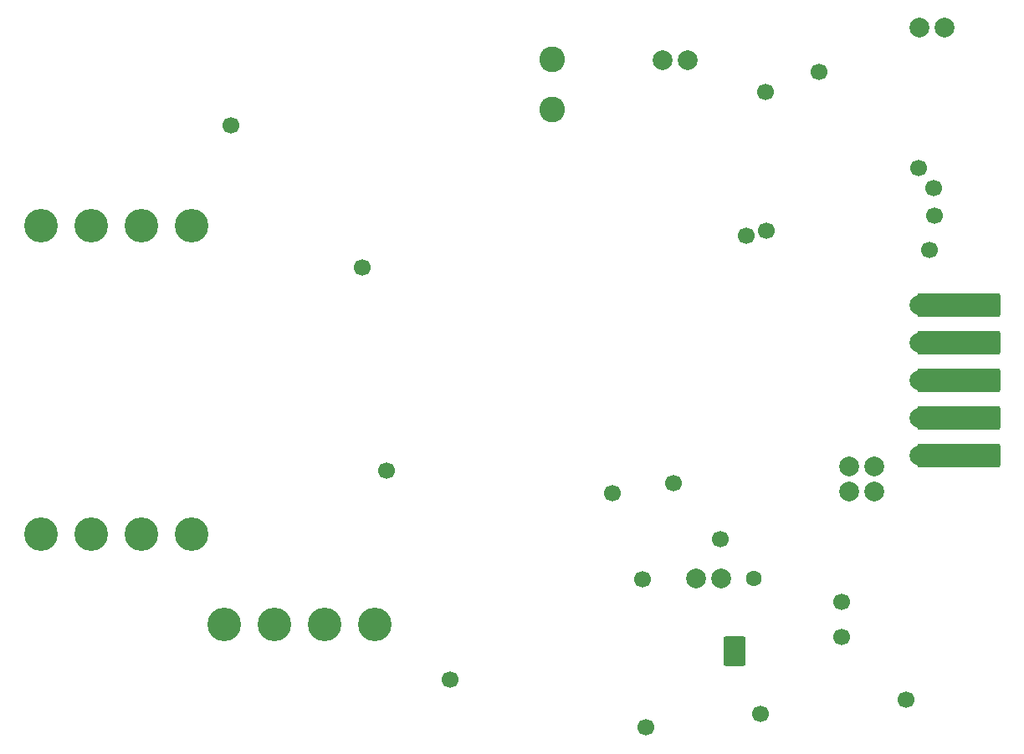
<source format=gbr>
%TF.GenerationSoftware,KiCad,Pcbnew,7.0.8*%
%TF.CreationDate,2024-06-23T22:41:19+02:00*%
%TF.ProjectId,Stima V4 Power,5374696d-6120-4563-9420-506f7765722e,rev?*%
%TF.SameCoordinates,Original*%
%TF.FileFunction,Soldermask,Bot*%
%TF.FilePolarity,Negative*%
%FSLAX46Y46*%
G04 Gerber Fmt 4.6, Leading zero omitted, Abs format (unit mm)*
G04 Created by KiCad (PCBNEW 7.0.8) date 2024-06-23 22:41:19*
%MOMM*%
%LPD*%
G01*
G04 APERTURE LIST*
G04 Aperture macros list*
%AMRoundRect*
0 Rectangle with rounded corners*
0 $1 Rounding radius*
0 $2 $3 $4 $5 $6 $7 $8 $9 X,Y pos of 4 corners*
0 Add a 4 corners polygon primitive as box body*
4,1,4,$2,$3,$4,$5,$6,$7,$8,$9,$2,$3,0*
0 Add four circle primitives for the rounded corners*
1,1,$1+$1,$2,$3*
1,1,$1+$1,$4,$5*
1,1,$1+$1,$6,$7*
1,1,$1+$1,$8,$9*
0 Add four rect primitives between the rounded corners*
20,1,$1+$1,$2,$3,$4,$5,0*
20,1,$1+$1,$4,$5,$6,$7,0*
20,1,$1+$1,$6,$7,$8,$9,0*
20,1,$1+$1,$8,$9,$2,$3,0*%
G04 Aperture macros list end*
%ADD10C,3.400000*%
%ADD11C,2.000000*%
%ADD12C,1.700000*%
%ADD13C,1.600000*%
%ADD14C,2.600000*%
%ADD15C,1.000000*%
%ADD16RoundRect,0.200000X0.900000X1.300000X-0.900000X1.300000X-0.900000X-1.300000X0.900000X-1.300000X0*%
%ADD17RoundRect,0.200000X4.000000X-1.000000X4.000000X1.000000X-4.000000X1.000000X-4.000000X-1.000000X0*%
G04 APERTURE END LIST*
D10*
%TO.C,J3*%
X115722415Y-89382600D03*
X110642415Y-89382600D03*
X105562415Y-89382600D03*
X100482415Y-89382600D03*
%TD*%
D11*
%TO.C,BATT1*%
X165887415Y-72618600D03*
X163347415Y-72618600D03*
%TD*%
D12*
%TO.C,TP8*%
X190779415Y-85572600D03*
%TD*%
D13*
%TO.C,J7*%
X172618415Y-125042980D03*
%TD*%
D10*
%TO.C,J5*%
X100482415Y-120624600D03*
X105562415Y-120624600D03*
X110642415Y-120624600D03*
X115722415Y-120624600D03*
%TD*%
D12*
%TO.C,TP3*%
X189255415Y-83540600D03*
%TD*%
D14*
%TO.C,C16*%
X152171415Y-72491600D03*
X152171495Y-77571680D03*
%TD*%
D12*
%TO.C,TP4*%
X179222415Y-73761600D03*
%TD*%
%TO.C,TP18*%
X141884415Y-135356600D03*
%TD*%
%TO.C,TP7*%
X190906415Y-88366600D03*
%TD*%
D11*
%TO.C,JP7*%
X166776415Y-125069600D03*
X169316415Y-125069600D03*
%TD*%
D12*
%TO.C,TP13*%
X158267415Y-116433600D03*
%TD*%
D11*
%TO.C,BOOT1*%
X191922415Y-69316600D03*
X189382415Y-69316600D03*
%TD*%
D12*
%TO.C,TP9*%
X181508415Y-127455980D03*
%TD*%
D15*
%TO.C,U6*%
X170181415Y-131526600D03*
X170181415Y-133304600D03*
D16*
X170689415Y-132415600D03*
D15*
X171197415Y-131526600D03*
X171197415Y-133304600D03*
%TD*%
D11*
%TO.C,JP4*%
X184810415Y-113739980D03*
X184810415Y-116279980D03*
%TD*%
D12*
%TO.C,+5V1*%
X161696415Y-140182600D03*
%TD*%
%TO.C,MCO1*%
X173888415Y-89890600D03*
%TD*%
%TO.C,TP1*%
X173761415Y-75793600D03*
%TD*%
%TO.C,GND2*%
X173305815Y-138784000D03*
%TD*%
D11*
%TO.C,JP3*%
X182270415Y-113739980D03*
X182270415Y-116279980D03*
%TD*%
D10*
%TO.C,J4*%
X119024415Y-129768600D03*
X124104415Y-129768600D03*
X129184415Y-129768600D03*
X134264415Y-129768600D03*
%TD*%
D12*
%TO.C,TP6*%
X132994415Y-93573600D03*
%TD*%
%TO.C,GND1*%
X169189415Y-121105980D03*
%TD*%
%TO.C,TP14*%
X135407415Y-114147600D03*
%TD*%
%TO.C,TP5*%
X190398415Y-91768980D03*
%TD*%
%TO.C,TP17*%
X164490415Y-115417600D03*
%TD*%
%TO.C,TP10*%
X181508415Y-131011980D03*
%TD*%
%TO.C,+3V3*%
X187985415Y-137388600D03*
%TD*%
D11*
%TO.C,J2*%
X189382415Y-112623600D03*
D17*
X193319415Y-112623600D03*
D11*
X189382415Y-108813600D03*
D17*
X193319415Y-108813600D03*
D11*
X189382415Y-105003600D03*
D17*
X193319415Y-105003600D03*
X193319415Y-101193600D03*
D11*
X189382415Y-101193590D03*
X189382415Y-97383600D03*
D17*
X193319415Y-97383600D03*
%TD*%
D12*
%TO.C,TP2*%
X171856415Y-90398600D03*
%TD*%
%TO.C,+12V1*%
X161315415Y-125196600D03*
%TD*%
%TO.C,TP11*%
X119659415Y-79222600D03*
%TD*%
M02*

</source>
